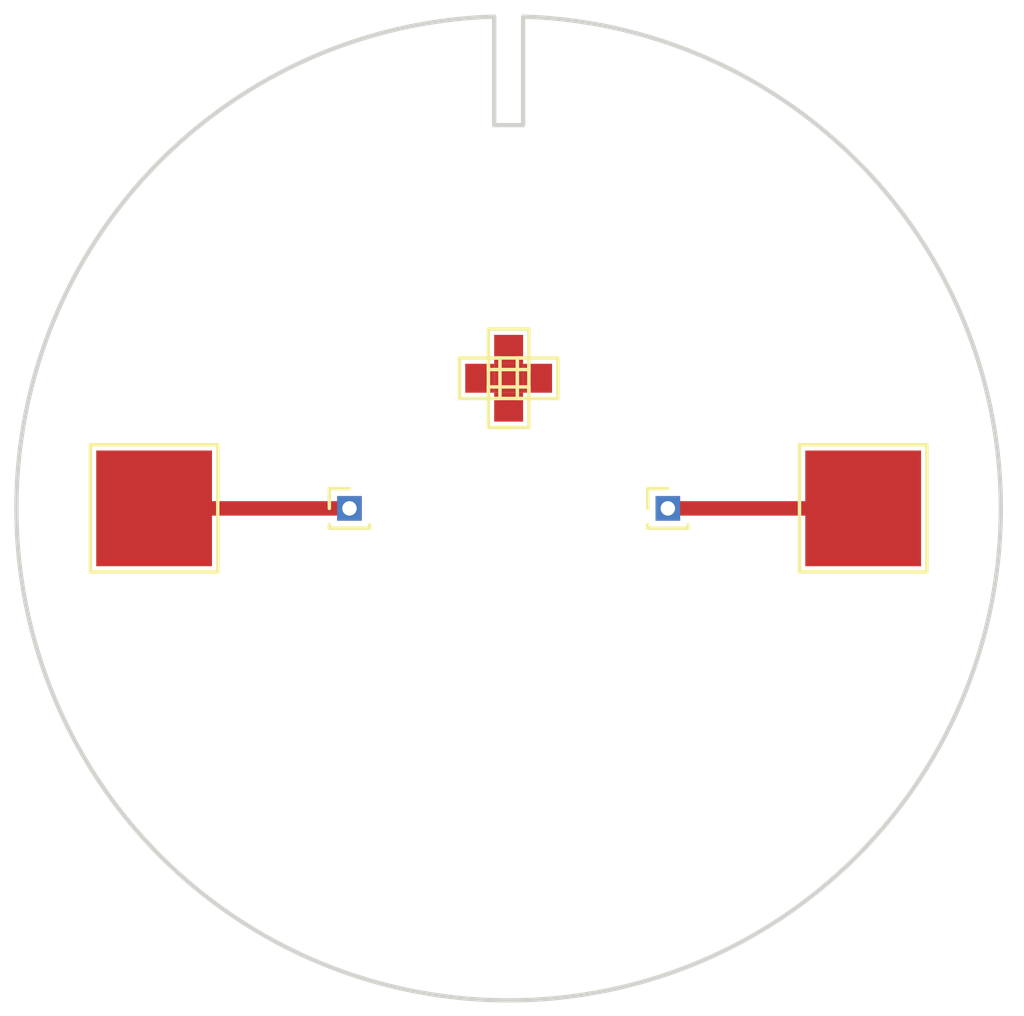
<source format=kicad_pcb>
(kicad_pcb (version 20171130) (host pcbnew "(5.1.9)-1")

  (general
    (thickness 1.6)
    (drawings 38)
    (tracks 2)
    (zones 0)
    (modules 12)
    (nets 1)
  )

  (page A4)
  (layers
    (0 F.Cu signal)
    (31 B.Cu signal)
    (32 B.Adhes user)
    (33 F.Adhes user)
    (34 B.Paste user)
    (35 F.Paste user)
    (36 B.SilkS user)
    (37 F.SilkS user)
    (38 B.Mask user)
    (39 F.Mask user)
    (40 Dwgs.User user)
    (41 Cmts.User user)
    (42 Eco1.User user)
    (43 Eco2.User user)
    (44 Edge.Cuts user)
    (45 Margin user)
    (46 B.CrtYd user)
    (47 F.CrtYd user)
    (48 B.Fab user)
    (49 F.Fab user)
  )

  (setup
    (last_trace_width 0.25)
    (user_trace_width 0.5)
    (user_trace_width 1)
    (trace_clearance 0.2)
    (zone_clearance 0.508)
    (zone_45_only no)
    (trace_min 0.2)
    (via_size 0.8)
    (via_drill 0.4)
    (via_min_size 0.4)
    (via_min_drill 0.3)
    (uvia_size 0.3)
    (uvia_drill 0.1)
    (uvias_allowed no)
    (uvia_min_size 0.2)
    (uvia_min_drill 0.1)
    (edge_width 0.05)
    (segment_width 0.2)
    (pcb_text_width 0.3)
    (pcb_text_size 1.5 1.5)
    (mod_edge_width 0.12)
    (mod_text_size 1 1)
    (mod_text_width 0.15)
    (pad_size 1.524 1.524)
    (pad_drill 0.762)
    (pad_to_mask_clearance 0)
    (aux_axis_origin 0 0)
    (visible_elements 7FFFFF9F)
    (pcbplotparams
      (layerselection 0x010fc_ffffffff)
      (usegerberextensions false)
      (usegerberattributes true)
      (usegerberadvancedattributes true)
      (creategerberjobfile true)
      (excludeedgelayer true)
      (linewidth 0.100000)
      (plotframeref false)
      (viasonmask false)
      (mode 1)
      (useauxorigin false)
      (hpglpennumber 1)
      (hpglpenspeed 20)
      (hpglpendiameter 15.000000)
      (psnegative false)
      (psa4output false)
      (plotreference true)
      (plotvalue true)
      (plotinvisibletext false)
      (padsonsilk false)
      (subtractmaskfromsilk false)
      (outputformat 1)
      (mirror false)
      (drillshape 1)
      (scaleselection 1)
      (outputdirectory ""))
  )

  (net 0 "")

  (net_class Default "This is the default net class."
    (clearance 0.2)
    (trace_width 0.25)
    (via_dia 0.8)
    (via_drill 0.4)
    (uvia_dia 0.3)
    (uvia_drill 0.1)
  )

  (module TestPoint:TestPoint_Pad_1.0x1.0mm (layer F.Cu) (tedit 5A0F774F) (tstamp 60295920)
    (at 49 45.5)
    (descr "SMD rectangular pad as test Point, square 1.0mm side length")
    (tags "test point SMD pad rectangle square")
    (attr virtual)
    (fp_text reference REF** (at 0 -1.448) (layer F.SilkS) hide
      (effects (font (size 1 1) (thickness 0.15)))
    )
    (fp_text value TestPoint_Pad_1.0x1.0mm (at 0 1.55) (layer F.Fab) hide
      (effects (font (size 1 1) (thickness 0.15)))
    )
    (fp_line (start -0.7 -0.7) (end 0.7 -0.7) (layer F.SilkS) (width 0.12))
    (fp_line (start 0.7 -0.7) (end 0.7 0.7) (layer F.SilkS) (width 0.12))
    (fp_line (start 0.7 0.7) (end -0.7 0.7) (layer F.SilkS) (width 0.12))
    (fp_line (start -0.7 0.7) (end -0.7 -0.7) (layer F.SilkS) (width 0.12))
    (fp_line (start -1 -1) (end 1 -1) (layer F.CrtYd) (width 0.05))
    (fp_line (start -1 -1) (end -1 1) (layer F.CrtYd) (width 0.05))
    (fp_line (start 1 1) (end 1 -1) (layer F.CrtYd) (width 0.05))
    (fp_line (start 1 1) (end -1 1) (layer F.CrtYd) (width 0.05))
    (fp_text user %R (at 0 -1.45) (layer F.Fab) hide
      (effects (font (size 1 1) (thickness 0.15)))
    )
    (pad 1 smd rect (at 0 0) (size 1 1) (layers F.Cu F.Mask))
  )

  (module TestPoint:TestPoint_Pad_1.0x1.0mm (layer F.Cu) (tedit 5A0F774F) (tstamp 60295906)
    (at 50 46.5)
    (descr "SMD rectangular pad as test Point, square 1.0mm side length")
    (tags "test point SMD pad rectangle square")
    (attr virtual)
    (fp_text reference REF** (at 0 -1.448) (layer F.SilkS) hide
      (effects (font (size 1 1) (thickness 0.15)))
    )
    (fp_text value TestPoint_Pad_1.0x1.0mm (at 0 1.55) (layer F.Fab) hide
      (effects (font (size 1 1) (thickness 0.15)))
    )
    (fp_line (start 1 1) (end -1 1) (layer F.CrtYd) (width 0.05))
    (fp_line (start 1 1) (end 1 -1) (layer F.CrtYd) (width 0.05))
    (fp_line (start -1 -1) (end -1 1) (layer F.CrtYd) (width 0.05))
    (fp_line (start -1 -1) (end 1 -1) (layer F.CrtYd) (width 0.05))
    (fp_line (start -0.7 0.7) (end -0.7 -0.7) (layer F.SilkS) (width 0.12))
    (fp_line (start 0.7 0.7) (end -0.7 0.7) (layer F.SilkS) (width 0.12))
    (fp_line (start 0.7 -0.7) (end 0.7 0.7) (layer F.SilkS) (width 0.12))
    (fp_line (start -0.7 -0.7) (end 0.7 -0.7) (layer F.SilkS) (width 0.12))
    (fp_text user %R (at 0 -1.45) (layer F.Fab) hide
      (effects (font (size 1 1) (thickness 0.15)))
    )
    (pad 1 smd rect (at 0 0) (size 1 1) (layers F.Cu F.Mask))
  )

  (module TestPoint:TestPoint_Pad_1.0x1.0mm (layer F.Cu) (tedit 5A0F774F) (tstamp 602958EC)
    (at 51 45.5)
    (descr "SMD rectangular pad as test Point, square 1.0mm side length")
    (tags "test point SMD pad rectangle square")
    (attr virtual)
    (fp_text reference REF** (at 0 -1.448) (layer F.SilkS) hide
      (effects (font (size 1 1) (thickness 0.15)))
    )
    (fp_text value TestPoint_Pad_1.0x1.0mm (at 0 1.55) (layer F.Fab) hide
      (effects (font (size 1 1) (thickness 0.15)))
    )
    (fp_line (start -0.7 -0.7) (end 0.7 -0.7) (layer F.SilkS) (width 0.12))
    (fp_line (start 0.7 -0.7) (end 0.7 0.7) (layer F.SilkS) (width 0.12))
    (fp_line (start 0.7 0.7) (end -0.7 0.7) (layer F.SilkS) (width 0.12))
    (fp_line (start -0.7 0.7) (end -0.7 -0.7) (layer F.SilkS) (width 0.12))
    (fp_line (start -1 -1) (end 1 -1) (layer F.CrtYd) (width 0.05))
    (fp_line (start -1 -1) (end -1 1) (layer F.CrtYd) (width 0.05))
    (fp_line (start 1 1) (end 1 -1) (layer F.CrtYd) (width 0.05))
    (fp_line (start 1 1) (end -1 1) (layer F.CrtYd) (width 0.05))
    (fp_text user %R (at 0 -1.45) (layer F.Fab) hide
      (effects (font (size 1 1) (thickness 0.15)))
    )
    (pad 1 smd rect (at 0 0) (size 1 1) (layers F.Cu F.Mask))
  )

  (module TestPoint:TestPoint_Pad_1.0x1.0mm (layer F.Cu) (tedit 5A0F774F) (tstamp 602958D2)
    (at 50 44.5)
    (descr "SMD rectangular pad as test Point, square 1.0mm side length")
    (tags "test point SMD pad rectangle square")
    (attr virtual)
    (fp_text reference REF** (at 0 -1.448) (layer F.SilkS) hide
      (effects (font (size 1 1) (thickness 0.15)))
    )
    (fp_text value TestPoint_Pad_1.0x1.0mm (at 0 1.55) (layer F.Fab) hide
      (effects (font (size 1 1) (thickness 0.15)))
    )
    (fp_line (start 1 1) (end -1 1) (layer F.CrtYd) (width 0.05))
    (fp_line (start 1 1) (end 1 -1) (layer F.CrtYd) (width 0.05))
    (fp_line (start -1 -1) (end -1 1) (layer F.CrtYd) (width 0.05))
    (fp_line (start -1 -1) (end 1 -1) (layer F.CrtYd) (width 0.05))
    (fp_line (start -0.7 0.7) (end -0.7 -0.7) (layer F.SilkS) (width 0.12))
    (fp_line (start 0.7 0.7) (end -0.7 0.7) (layer F.SilkS) (width 0.12))
    (fp_line (start 0.7 -0.7) (end 0.7 0.7) (layer F.SilkS) (width 0.12))
    (fp_line (start -0.7 -0.7) (end 0.7 -0.7) (layer F.SilkS) (width 0.12))
    (fp_text user %R (at 0 -1.45) (layer F.Fab) hide
      (effects (font (size 1 1) (thickness 0.15)))
    )
    (pad 1 smd rect (at 0 0) (size 1 1) (layers F.Cu F.Mask))
  )

  (module TestPoint:TestPoint_Pad_1.0x1.0mm (layer F.Cu) (tedit 5A0F774F) (tstamp 602958AB)
    (at 50 45.5)
    (descr "SMD rectangular pad as test Point, square 1.0mm side length")
    (tags "test point SMD pad rectangle square")
    (attr virtual)
    (fp_text reference REF** (at 0 -1.448) (layer F.SilkS) hide
      (effects (font (size 1 1) (thickness 0.15)))
    )
    (fp_text value TestPoint_Pad_1.0x1.0mm (at 0 1.55) (layer F.Fab) hide
      (effects (font (size 1 1) (thickness 0.15)))
    )
    (fp_line (start -0.7 -0.7) (end 0.7 -0.7) (layer F.SilkS) (width 0.12))
    (fp_line (start 0.7 -0.7) (end 0.7 0.7) (layer F.SilkS) (width 0.12))
    (fp_line (start 0.7 0.7) (end -0.7 0.7) (layer F.SilkS) (width 0.12))
    (fp_line (start -0.7 0.7) (end -0.7 -0.7) (layer F.SilkS) (width 0.12))
    (fp_line (start -1 -1) (end 1 -1) (layer F.CrtYd) (width 0.05))
    (fp_line (start -1 -1) (end -1 1) (layer F.CrtYd) (width 0.05))
    (fp_line (start 1 1) (end 1 -1) (layer F.CrtYd) (width 0.05))
    (fp_line (start 1 1) (end -1 1) (layer F.CrtYd) (width 0.05))
    (fp_text user %R (at 0 -1.45) (layer F.Fab) hide
      (effects (font (size 1 1) (thickness 0.15)))
    )
    (pad 1 smd rect (at 0 0) (size 1 1) (layers F.Cu F.Mask))
  )

  (module MountingHole:MountingHole_2.1mm (layer F.Cu) (tedit 5B924765) (tstamp 602955FB)
    (at 54.5 61.5)
    (descr "Mounting Hole 2.1mm, no annular")
    (tags "mounting hole 2.1mm no annular")
    (attr virtual)
    (fp_text reference REF** (at 0 -3.2) (layer F.SilkS) hide
      (effects (font (size 1 1) (thickness 0.15)))
    )
    (fp_text value MountingHole_2.1mm (at 0 3.2) (layer F.Fab) hide
      (effects (font (size 1 1) (thickness 0.15)))
    )
    (fp_circle (center 0 0) (end 2.1 0) (layer Cmts.User) (width 0.15))
    (fp_circle (center 0 0) (end 2.35 0) (layer F.CrtYd) (width 0.05))
    (fp_text user %R (at 0.3 0) (layer F.Fab) hide
      (effects (font (size 1 1) (thickness 0.15)))
    )
    (pad "" np_thru_hole circle (at 0 0) (size 2.1 2.1) (drill 2.1) (layers *.Cu *.Mask))
  )

  (module MountingHole:MountingHole_2.1mm (layer F.Cu) (tedit 5B924765) (tstamp 602955CF)
    (at 45.5 61.5)
    (descr "Mounting Hole 2.1mm, no annular")
    (tags "mounting hole 2.1mm no annular")
    (attr virtual)
    (fp_text reference REF** (at 0 -3.2) (layer F.SilkS) hide
      (effects (font (size 1 1) (thickness 0.15)))
    )
    (fp_text value MountingHole_2.1mm (at 0 3.2) (layer F.Fab) hide
      (effects (font (size 1 1) (thickness 0.15)))
    )
    (fp_circle (center 0 0) (end 2.1 0) (layer Cmts.User) (width 0.15))
    (fp_circle (center 0 0) (end 2.35 0) (layer F.CrtYd) (width 0.05))
    (fp_text user %R (at 0.3 0) (layer F.Fab) hide
      (effects (font (size 1 1) (thickness 0.15)))
    )
    (pad "" np_thru_hole circle (at 0 0) (size 2.1 2.1) (drill 2.1) (layers *.Cu *.Mask))
  )

  (module MountingHole:MountingHole_2.1mm (layer F.Cu) (tedit 5B924765) (tstamp 602955A4)
    (at 50 54)
    (descr "Mounting Hole 2.1mm, no annular")
    (tags "mounting hole 2.1mm no annular")
    (attr virtual)
    (fp_text reference REF** (at 0 -3.2) (layer F.SilkS) hide
      (effects (font (size 1 1) (thickness 0.15)))
    )
    (fp_text value MountingHole_2.1mm (at 0 3.2) (layer F.Fab) hide
      (effects (font (size 1 1) (thickness 0.15)))
    )
    (fp_circle (center 0 0) (end 2.1 0) (layer Cmts.User) (width 0.15))
    (fp_circle (center 0 0) (end 2.35 0) (layer F.CrtYd) (width 0.05))
    (fp_text user %R (at 0.3 0) (layer F.Fab) hide
      (effects (font (size 1 1) (thickness 0.15)))
    )
    (pad "" np_thru_hole circle (at 0 0) (size 2.1 2.1) (drill 2.1) (layers *.Cu *.Mask))
  )

  (module Connector_PinHeader_1.00mm:PinHeader_1x01_P1.00mm_Vertical (layer F.Cu) (tedit 59FED738) (tstamp 60294A05)
    (at 55.5 50)
    (descr "Through hole straight pin header, 1x01, 1.00mm pitch, single row")
    (tags "Through hole pin header THT 1x01 1.00mm single row")
    (fp_text reference REF** (at 0 -1.56) (layer F.SilkS) hide
      (effects (font (size 1 1) (thickness 0.15)))
    )
    (fp_text value PinHeader_1x01_P1.00mm_Vertical (at 0 1.56) (layer F.Fab) hide
      (effects (font (size 1 1) (thickness 0.15)))
    )
    (fp_line (start 1.15 -1) (end -1.15 -1) (layer F.CrtYd) (width 0.05))
    (fp_line (start 1.15 1) (end 1.15 -1) (layer F.CrtYd) (width 0.05))
    (fp_line (start -1.15 1) (end 1.15 1) (layer F.CrtYd) (width 0.05))
    (fp_line (start -1.15 -1) (end -1.15 1) (layer F.CrtYd) (width 0.05))
    (fp_line (start -0.695 -0.685) (end 0 -0.685) (layer F.SilkS) (width 0.12))
    (fp_line (start -0.695 0) (end -0.695 -0.685) (layer F.SilkS) (width 0.12))
    (fp_line (start 0.608276 0.685) (end 0.695 0.685) (layer F.SilkS) (width 0.12))
    (fp_line (start -0.695 0.685) (end -0.608276 0.685) (layer F.SilkS) (width 0.12))
    (fp_line (start 0.695 0.685) (end 0.695 0.56) (layer F.SilkS) (width 0.12))
    (fp_line (start -0.695 0.685) (end -0.695 0.56) (layer F.SilkS) (width 0.12))
    (fp_line (start -0.695 0.685) (end 0.695 0.685) (layer F.SilkS) (width 0.12))
    (fp_line (start -0.635 -0.1825) (end -0.3175 -0.5) (layer F.Fab) (width 0.1))
    (fp_line (start -0.635 0.5) (end -0.635 -0.1825) (layer F.Fab) (width 0.1))
    (fp_line (start 0.635 0.5) (end -0.635 0.5) (layer F.Fab) (width 0.1))
    (fp_line (start 0.635 -0.5) (end 0.635 0.5) (layer F.Fab) (width 0.1))
    (fp_line (start -0.3175 -0.5) (end 0.635 -0.5) (layer F.Fab) (width 0.1))
    (fp_text user %R (at 0 0 90) (layer F.Fab) hide
      (effects (font (size 0.76 0.76) (thickness 0.114)))
    )
    (pad 1 thru_hole rect (at 0 0) (size 0.85 0.85) (drill 0.5) (layers *.Cu *.Mask))
    (model ${KISYS3DMOD}/Connector_PinHeader_1.00mm.3dshapes/PinHeader_1x01_P1.00mm_Vertical.wrl
      (at (xyz 0 0 0))
      (scale (xyz 1 1 1))
      (rotate (xyz 0 0 0))
    )
  )

  (module Connector_PinHeader_1.00mm:PinHeader_1x01_P1.00mm_Vertical (layer F.Cu) (tedit 59FED738) (tstamp 60294A02)
    (at 44.5 50)
    (descr "Through hole straight pin header, 1x01, 1.00mm pitch, single row")
    (tags "Through hole pin header THT 1x01 1.00mm single row")
    (fp_text reference REF** (at 0 -1.56) (layer F.SilkS) hide
      (effects (font (size 1 1) (thickness 0.15)))
    )
    (fp_text value PinHeader_1x01_P1.00mm_Vertical (at 0 1.56) (layer F.Fab) hide
      (effects (font (size 1 1) (thickness 0.15)))
    )
    (fp_line (start -0.3175 -0.5) (end 0.635 -0.5) (layer F.Fab) (width 0.1))
    (fp_line (start 0.635 -0.5) (end 0.635 0.5) (layer F.Fab) (width 0.1))
    (fp_line (start 0.635 0.5) (end -0.635 0.5) (layer F.Fab) (width 0.1))
    (fp_line (start -0.635 0.5) (end -0.635 -0.1825) (layer F.Fab) (width 0.1))
    (fp_line (start -0.635 -0.1825) (end -0.3175 -0.5) (layer F.Fab) (width 0.1))
    (fp_line (start -0.695 0.685) (end 0.695 0.685) (layer F.SilkS) (width 0.12))
    (fp_line (start -0.695 0.685) (end -0.695 0.56) (layer F.SilkS) (width 0.12))
    (fp_line (start 0.695 0.685) (end 0.695 0.56) (layer F.SilkS) (width 0.12))
    (fp_line (start -0.695 0.685) (end -0.608276 0.685) (layer F.SilkS) (width 0.12))
    (fp_line (start 0.608276 0.685) (end 0.695 0.685) (layer F.SilkS) (width 0.12))
    (fp_line (start -0.695 0) (end -0.695 -0.685) (layer F.SilkS) (width 0.12))
    (fp_line (start -0.695 -0.685) (end 0 -0.685) (layer F.SilkS) (width 0.12))
    (fp_line (start -1.15 -1) (end -1.15 1) (layer F.CrtYd) (width 0.05))
    (fp_line (start -1.15 1) (end 1.15 1) (layer F.CrtYd) (width 0.05))
    (fp_line (start 1.15 1) (end 1.15 -1) (layer F.CrtYd) (width 0.05))
    (fp_line (start 1.15 -1) (end -1.15 -1) (layer F.CrtYd) (width 0.05))
    (fp_text user %R (at 0 0 90) (layer F.Fab) hide
      (effects (font (size 0.76 0.76) (thickness 0.114)))
    )
    (pad 1 thru_hole rect (at 0 0) (size 0.85 0.85) (drill 0.5) (layers *.Cu *.Mask))
    (model ${KISYS3DMOD}/Connector_PinHeader_1.00mm.3dshapes/PinHeader_1x01_P1.00mm_Vertical.wrl
      (at (xyz 0 0 0))
      (scale (xyz 1 1 1))
      (rotate (xyz 0 0 0))
    )
  )

  (module TestPoint:TestPoint_Pad_4.0x4.0mm (layer F.Cu) (tedit 5A0F774F) (tstamp 60294295)
    (at 62.25 50)
    (descr "SMD rectangular pad as test Point, square 4.0mm side length")
    (tags "test point SMD pad rectangle square")
    (attr virtual)
    (fp_text reference REF** (at 0 -2.898) (layer F.SilkS) hide
      (effects (font (size 1 1) (thickness 0.15)))
    )
    (fp_text value TestPoint_Pad_4.0x4.0mm (at 0 3.1) (layer F.Fab) hide
      (effects (font (size 1 1) (thickness 0.15)))
    )
    (fp_line (start -2.2 -2.2) (end 2.2 -2.2) (layer F.SilkS) (width 0.12))
    (fp_line (start 2.2 -2.2) (end 2.2 2.2) (layer F.SilkS) (width 0.12))
    (fp_line (start 2.2 2.2) (end -2.2 2.2) (layer F.SilkS) (width 0.12))
    (fp_line (start -2.2 2.2) (end -2.2 -2.2) (layer F.SilkS) (width 0.12))
    (fp_line (start -2.5 -2.5) (end 2.5 -2.5) (layer F.CrtYd) (width 0.05))
    (fp_line (start -2.5 -2.5) (end -2.5 2.5) (layer F.CrtYd) (width 0.05))
    (fp_line (start 2.5 2.5) (end 2.5 -2.5) (layer F.CrtYd) (width 0.05))
    (fp_line (start 2.5 2.5) (end -2.5 2.5) (layer F.CrtYd) (width 0.05))
    (fp_text user %R (at 0 -2.9) (layer F.Fab) hide
      (effects (font (size 1 1) (thickness 0.15)))
    )
    (pad 1 smd rect (at 0 0) (size 4 4) (layers F.Cu F.Mask))
  )

  (module TestPoint:TestPoint_Pad_4.0x4.0mm (layer F.Cu) (tedit 5A0F774F) (tstamp 60294246)
    (at 37.75 50)
    (descr "SMD rectangular pad as test Point, square 4.0mm side length")
    (tags "test point SMD pad rectangle square")
    (attr virtual)
    (fp_text reference REF** (at 0 -2.898) (layer F.SilkS) hide
      (effects (font (size 1 1) (thickness 0.15)))
    )
    (fp_text value TestPoint_Pad_4.0x4.0mm (at 0 3.1) (layer F.Fab) hide
      (effects (font (size 1 1) (thickness 0.15)))
    )
    (fp_line (start -2.2 -2.2) (end 2.2 -2.2) (layer F.SilkS) (width 0.12))
    (fp_line (start 2.2 -2.2) (end 2.2 2.2) (layer F.SilkS) (width 0.12))
    (fp_line (start 2.2 2.2) (end -2.2 2.2) (layer F.SilkS) (width 0.12))
    (fp_line (start -2.2 2.2) (end -2.2 -2.2) (layer F.SilkS) (width 0.12))
    (fp_line (start -2.5 -2.5) (end 2.5 -2.5) (layer F.CrtYd) (width 0.05))
    (fp_line (start -2.5 -2.5) (end -2.5 2.5) (layer F.CrtYd) (width 0.05))
    (fp_line (start 2.5 2.5) (end 2.5 -2.5) (layer F.CrtYd) (width 0.05))
    (fp_line (start 2.5 2.5) (end -2.5 2.5) (layer F.CrtYd) (width 0.05))
    (fp_text user %R (at 0 -2.9) (layer F.Fab) hide
      (effects (font (size 1 1) (thickness 0.15)))
    )
    (pad 1 smd rect (at 0 0) (size 4 4) (layers F.Cu F.Mask))
  )

  (gr_line (start 49.5 54) (end 50.5 54) (layer Cmts.User) (width 0.15))
  (gr_line (start 41.5 61.5) (end 45.5 61.5) (layer Cmts.User) (width 0.15) (tstamp 60294A9F))
  (gr_line (start 58.5 61.5) (end 54.5 61.5) (layer Cmts.User) (width 0.15) (tstamp 60294A9E))
  (gr_circle (center 50 54) (end 54 54) (layer Cmts.User) (width 0.15) (tstamp 602947DF))
  (gr_circle (center 54.5 61.5) (end 58.5 61.5) (layer Cmts.User) (width 0.15) (tstamp 602947DD))
  (gr_circle (center 45.5 61.5) (end 49.5 61.5) (layer Cmts.User) (width 0.15))
  (gr_line (start 42.5 57) (end 39 63) (layer Dwgs.User) (width 0.15) (tstamp 6028DEFF))
  (gr_line (start 42.5 48) (end 42.5 57) (layer Dwgs.User) (width 0.15))
  (gr_line (start 50.5 33) (end 50.5 36.75) (layer Edge.Cuts) (width 0.15))
  (gr_line (start 49.5 36.75) (end 49.500001 33.000001) (layer Edge.Cuts) (width 0.15) (tstamp 6028E285))
  (gr_line (start 50.5 36.75) (end 49.5 36.75) (layer Edge.Cuts) (width 0.15))
  (gr_arc (start 50 50) (end 49.500001 33.000001) (angle -356.6) (layer Edge.Cuts) (width 0.15))
  (gr_line (start 49.5 33) (end 50.5 33) (layer Cmts.User) (width 0.15))
  (gr_line (start 50 33) (end 49.5 33) (layer Cmts.User) (width 0.15))
  (gr_line (start 64.5 52.25) (end 64.5 47.75) (layer Cmts.User) (width 0.15) (tstamp 6028E16F))
  (gr_line (start 60 52.25) (end 64.5 52.25) (layer Cmts.User) (width 0.15))
  (gr_line (start 60 47.75) (end 60 52.25) (layer Cmts.User) (width 0.15))
  (gr_line (start 64.5 47.75) (end 60 47.75) (layer Cmts.User) (width 0.15))
  (gr_line (start 40 47.75) (end 35.5 47.75) (layer Cmts.User) (width 0.15) (tstamp 6028E151))
  (gr_line (start 40 52.25) (end 40 47.75) (layer Cmts.User) (width 0.15))
  (gr_line (start 35.5 52.25) (end 40 52.25) (layer Cmts.User) (width 0.15))
  (gr_line (start 35.5 47.75) (end 35.5 52.25) (layer Cmts.User) (width 0.15))
  (gr_line (start 62.5 49.75) (end 62 50.25) (layer Cmts.User) (width 0.15))
  (gr_line (start 62 49.75) (end 62.5 50.25) (layer Cmts.User) (width 0.15))
  (gr_line (start 38 49.75) (end 37.5 50.25) (layer Cmts.User) (width 0.15))
  (gr_line (start 37.5 49.75) (end 38 50.25) (layer Cmts.User) (width 0.15))
  (gr_line (start 32.5 48) (end 67.75 48) (layer Cmts.User) (width 0.15))
  (gr_line (start 61 63) (end 57.5 57) (layer Dwgs.User) (width 0.15) (tstamp 6028DF20))
  (gr_line (start 61 67.5) (end 61 63) (layer Cmts.User) (width 0.15))
  (gr_line (start 50 67.5) (end 61 67.5) (layer Cmts.User) (width 0.15))
  (gr_line (start 39 67.5) (end 39 63) (layer Cmts.User) (width 0.15))
  (gr_line (start 50 67.5) (end 39 67.5) (layer Cmts.User) (width 0.15))
  (gr_line (start 57.5 48) (end 57.5 57) (layer Dwgs.User) (width 0.15))
  (gr_line (start 50 48) (end 57.5 48) (layer Dwgs.User) (width 0.15))
  (gr_line (start 50 48) (end 42.5 48) (layer Dwgs.User) (width 0.15))
  (gr_line (start 67.5 50) (end 32.5 50) (layer Cmts.User) (width 0.15))
  (gr_line (start 50 50) (end 50 67.5) (layer Cmts.User) (width 0.15) (tstamp 60294734))
  (gr_line (start 50 50) (end 50 32.5) (layer Cmts.User) (width 0.15))

  (segment (start 44.5 50) (end 37.75 50) (width 0.5) (layer F.Cu) (net 0))
  (segment (start 55.5 50) (end 62.25 50) (width 0.5) (layer F.Cu) (net 0))

)

</source>
